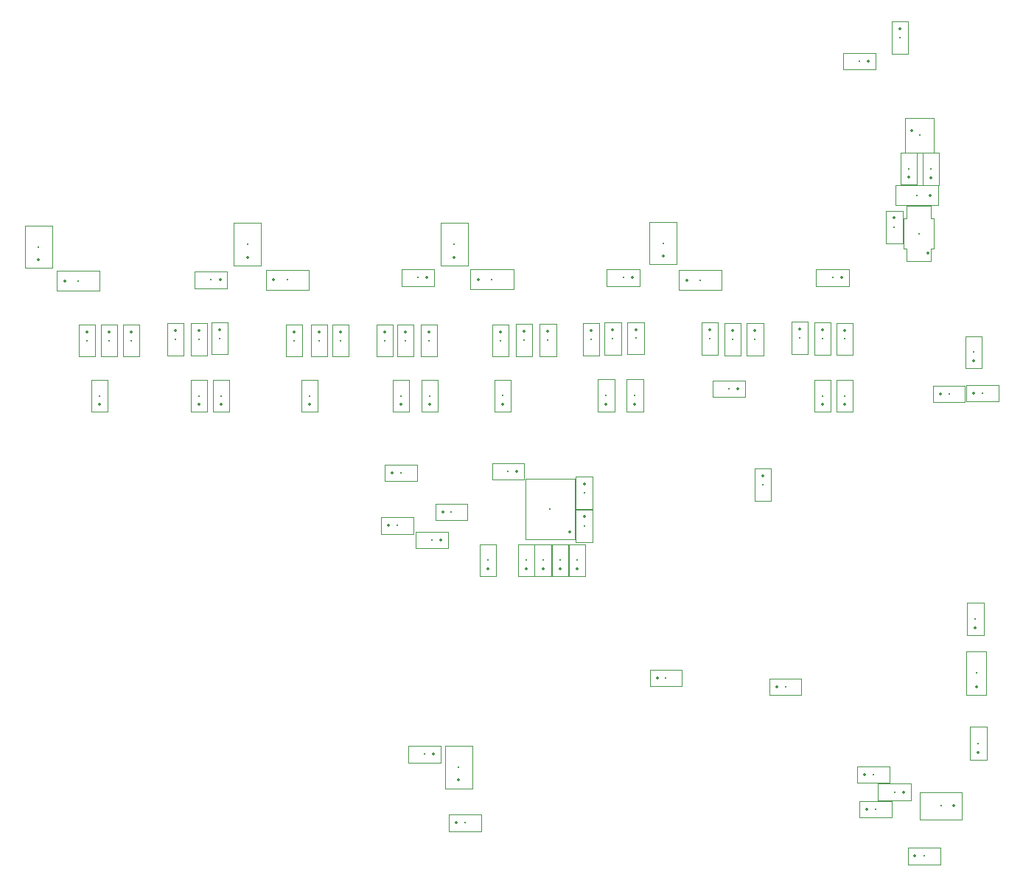
<source format=gbr>
%TF.GenerationSoftware,KiCad,Pcbnew,9.0.2*%
%TF.CreationDate,2025-08-05T17:44:50-07:00*%
%TF.ProjectId,telepresence-bot,74656c65-7072-4657-9365-6e63652d626f,rev?*%
%TF.SameCoordinates,Original*%
%TF.FileFunction,Component,L4,Bot*%
%TF.FilePolarity,Positive*%
%FSLAX46Y46*%
G04 Gerber Fmt 4.6, Leading zero omitted, Abs format (unit mm)*
G04 Created by KiCad (PCBNEW 9.0.2) date 2025-08-05 17:44:50*
%MOMM*%
%LPD*%
G01*
G04 APERTURE LIST*
%TA.AperFunction,ComponentMain*%
%ADD10C,0.300000*%
%TD*%
%TA.AperFunction,ComponentOutline,Courtyard*%
%ADD11C,0.100000*%
%TD*%
%TA.AperFunction,ComponentPin*%
%ADD12P,0.360000X4X0.000000*%
%TD*%
%TA.AperFunction,ComponentPin*%
%ADD13C,0.100000*%
%TD*%
G04 APERTURE END LIST*
D10*
%TO.C,R25*%
%TO.CFtp,R_0805_2012Metric_Pad1.20x1.40mm_HandSolder*%
%TO.CVal,33R*%
%TO.CLbN,Resistor_SMD*%
%TO.CMnt,SMD*%
%TO.CRot,-90*%
X204396000Y-76311000D03*
D11*
X205341000Y-74466000D02*
X205341000Y-78156000D01*
X203451000Y-78156000D01*
X203451000Y-74466000D01*
X205341000Y-74466000D01*
D12*
%TO.P,R25,1*%
X204396000Y-77311000D03*
D13*
%TO.P,R25,2*%
X204396000Y-75311000D03*
%TD*%
D10*
%TO.C,R51*%
%TO.CFtp,R_0805_2012Metric_Pad1.20x1.40mm_HandSolder*%
%TO.CVal,33R*%
%TO.CLbN,Resistor_SMD*%
%TO.CMnt,SMD*%
%TO.CRot,0*%
X230350000Y-75500000D03*
D11*
X232195000Y-74555000D02*
X232195000Y-76445000D01*
X228505000Y-76445000D01*
X228505000Y-74555000D01*
X232195000Y-74555000D01*
D12*
%TO.P,R51,1*%
X231350000Y-75500000D03*
D13*
%TO.P,R51,2*%
X229350000Y-75500000D03*
%TD*%
D10*
%TO.C,U6*%
%TO.CFtp,VSSOP-10_3x3mm_P0.5mm*%
%TO.CVal,INA228*%
%TO.CLbN,Package_SO*%
%TO.CMnt,SMD*%
%TO.CRot,-90*%
X252200000Y-57700000D03*
D11*
X253595000Y-54525000D02*
X253595000Y-55955000D01*
X253945000Y-55955000D01*
X253945000Y-59445000D01*
X253595000Y-59445000D01*
X253595000Y-60875000D01*
X250805000Y-60875000D01*
X250805000Y-59445000D01*
X250455000Y-59445000D01*
X250455000Y-55955000D01*
X250805000Y-55955000D01*
X250805000Y-54525000D01*
X253595000Y-54525000D01*
D12*
%TO.P,U6,1,A1*%
X253200000Y-59900000D03*
D13*
%TO.P,U6,2,A0*%
X252700000Y-59900000D03*
%TO.P,U6,3,~{Alert}*%
X252200000Y-59900000D03*
%TO.P,U6,4,SDA*%
X251700000Y-59900000D03*
%TO.P,U6,5,SCL*%
X251200000Y-59900000D03*
%TO.P,U6,6,VS*%
X251200000Y-55500000D03*
%TO.P,U6,7,GND*%
X251700000Y-55500000D03*
%TO.P,U6,8,Vbus*%
X252200000Y-55500000D03*
%TO.P,U6,9,Vin-*%
X252700000Y-55500000D03*
%TO.P,U6,10,Vin+*%
X253200000Y-55500000D03*
%TD*%
D10*
%TO.C,R93*%
%TO.CFtp,R_0805_2012Metric_Pad1.20x1.40mm_HandSolder*%
%TO.CVal,100k*%
%TO.CLbN,Resistor_SMD*%
%TO.CMnt,SMD*%
%TO.CRot,90*%
X171884000Y-69723000D03*
D11*
X172829000Y-67878000D02*
X172829000Y-71568000D01*
X170939000Y-71568000D01*
X170939000Y-67878000D01*
X172829000Y-67878000D01*
D12*
%TO.P,R93,1*%
X171884000Y-68723000D03*
D13*
%TO.P,R93,2*%
X171884000Y-70723000D03*
%TD*%
D10*
%TO.C,R7*%
%TO.CFtp,R_0805_2012Metric_Pad1.20x1.40mm_HandSolder*%
%TO.CVal,33R*%
%TO.CLbN,Resistor_SMD*%
%TO.CMnt,SMD*%
%TO.CRot,180*%
X223113600Y-108712000D03*
D11*
X224958600Y-107767000D02*
X224958600Y-109657000D01*
X221268600Y-109657000D01*
X221268600Y-107767000D01*
X224958600Y-107767000D01*
D12*
%TO.P,R7,1*%
X222113600Y-108712000D03*
D13*
%TO.P,R7,2*%
X224113600Y-108712000D03*
%TD*%
D10*
%TO.C,R49*%
%TO.CFtp,R_0805_2012Metric_Pad1.20x1.40mm_HandSolder*%
%TO.CVal,33R*%
%TO.CLbN,Resistor_SMD*%
%TO.CMnt,SMD*%
%TO.CRot,90*%
X190807000Y-69977000D03*
D11*
X191752000Y-68132000D02*
X191752000Y-71822000D01*
X189862000Y-71822000D01*
X189862000Y-68132000D01*
X191752000Y-68132000D01*
D12*
%TO.P,R49,1*%
X190807000Y-68977000D03*
D13*
%TO.P,R49,2*%
X190807000Y-70977000D03*
%TD*%
D10*
%TO.C,R92*%
%TO.CFtp,R_0805_2012Metric_Pad1.20x1.40mm_HandSolder*%
%TO.CVal,100k*%
%TO.CLbN,Resistor_SMD*%
%TO.CMnt,SMD*%
%TO.CRot,90*%
X169471000Y-69850000D03*
D11*
X170416000Y-68005000D02*
X170416000Y-71695000D01*
X168526000Y-71695000D01*
X168526000Y-68005000D01*
X170416000Y-68005000D01*
D12*
%TO.P,R92,1*%
X169471000Y-68850000D03*
D13*
%TO.P,R92,2*%
X169471000Y-70850000D03*
%TD*%
D10*
%TO.C,R44*%
%TO.CFtp,R_0805_2012Metric_Pad1.20x1.40mm_HandSolder*%
%TO.CVal,33R*%
%TO.CLbN,Resistor_SMD*%
%TO.CMnt,SMD*%
%TO.CRot,180*%
X198475600Y-89662000D03*
D11*
X200320600Y-88717000D02*
X200320600Y-90607000D01*
X196630600Y-90607000D01*
X196630600Y-88717000D01*
X200320600Y-88717000D01*
D12*
%TO.P,R44,1*%
X197475600Y-89662000D03*
D13*
%TO.P,R44,2*%
X199475600Y-89662000D03*
%TD*%
D10*
%TO.C,R43*%
%TO.CFtp,R_0805_2012Metric_Pad1.20x1.40mm_HandSolder*%
%TO.CVal,33R*%
%TO.CLbN,Resistor_SMD*%
%TO.CMnt,SMD*%
%TO.CRot,0*%
X205000000Y-85000000D03*
D11*
X206845000Y-84055000D02*
X206845000Y-85945000D01*
X203155000Y-85945000D01*
X203155000Y-84055000D01*
X206845000Y-84055000D01*
D12*
%TO.P,R43,1*%
X206000000Y-85000000D03*
D13*
%TO.P,R43,2*%
X204000000Y-85000000D03*
%TD*%
D10*
%TO.C,R18*%
%TO.CFtp,R_0805_2012Metric_Pad1.20x1.40mm_HandSolder*%
%TO.CVal,33R*%
%TO.CLbN,Resistor_SMD*%
%TO.CMnt,SMD*%
%TO.CRot,-90*%
X212900000Y-95200000D03*
D11*
X213845000Y-93355000D02*
X213845000Y-97045000D01*
X211955000Y-97045000D01*
X211955000Y-93355000D01*
X213845000Y-93355000D01*
D12*
%TO.P,R18,1*%
X212900000Y-96200000D03*
D13*
%TO.P,R18,2*%
X212900000Y-94200000D03*
%TD*%
D10*
%TO.C,R29*%
%TO.CFtp,R_0805_2012Metric_Pad1.20x1.40mm_HandSolder*%
%TO.CVal,33R*%
%TO.CLbN,Resistor_SMD*%
%TO.CMnt,SMD*%
%TO.CRot,90*%
X238469000Y-69650000D03*
D11*
X239414000Y-67805000D02*
X239414000Y-71495000D01*
X237524000Y-71495000D01*
X237524000Y-67805000D01*
X239414000Y-67805000D01*
D12*
%TO.P,R29,1*%
X238469000Y-68650000D03*
D13*
%TO.P,R29,2*%
X238469000Y-70650000D03*
%TD*%
D10*
%TO.C,C21*%
%TO.CFtp,C_0805_2012Metric_Pad1.18x1.45mm_HandSolder*%
%TO.CVal,100nF*%
%TO.CLbN,Capacitor_SMD*%
%TO.CMnt,SMD*%
%TO.CRot,90*%
X213766400Y-87477600D03*
D11*
X214741400Y-85602600D02*
X214741400Y-89352600D01*
X212791400Y-89352600D01*
X212791400Y-85602600D01*
X214741400Y-85602600D01*
D12*
%TO.P,C21,1*%
X213766400Y-86440100D03*
D13*
%TO.P,C21,2*%
X213766400Y-88515100D03*
%TD*%
D10*
%TO.C,R20*%
%TO.CFtp,R_0805_2012Metric_Pad1.20x1.40mm_HandSolder*%
%TO.CVal,33R*%
%TO.CLbN,Resistor_SMD*%
%TO.CMnt,SMD*%
%TO.CRot,-90*%
X209000000Y-95200000D03*
D11*
X209945000Y-93355000D02*
X209945000Y-97045000D01*
X208055000Y-97045000D01*
X208055000Y-93355000D01*
X209945000Y-93355000D01*
D12*
%TO.P,R20,1*%
X209000000Y-96200000D03*
D13*
%TO.P,R20,2*%
X209000000Y-94200000D03*
%TD*%
D10*
%TO.C,R69*%
%TO.CFtp,R_0805_2012Metric_Pad1.20x1.40mm_HandSolder*%
%TO.CVal,33R*%
%TO.CLbN,Resistor_SMD*%
%TO.CMnt,SMD*%
%TO.CRot,90*%
X185727000Y-69977000D03*
D11*
X186672000Y-68132000D02*
X186672000Y-71822000D01*
X184782000Y-71822000D01*
X184782000Y-68132000D01*
X186672000Y-68132000D01*
D12*
%TO.P,R69,1*%
X185727000Y-68977000D03*
D13*
%TO.P,R69,2*%
X185727000Y-70977000D03*
%TD*%
D10*
%TO.C,R19*%
%TO.CFtp,R_0805_2012Metric_Pad1.20x1.40mm_HandSolder*%
%TO.CVal,33R*%
%TO.CLbN,Resistor_SMD*%
%TO.CMnt,SMD*%
%TO.CRot,-90*%
X211000000Y-95200000D03*
D11*
X211945000Y-93355000D02*
X211945000Y-97045000D01*
X210055000Y-97045000D01*
X210055000Y-93355000D01*
X211945000Y-93355000D01*
D12*
%TO.P,R19,1*%
X211000000Y-96200000D03*
D13*
%TO.P,R19,2*%
X211000000Y-94200000D03*
%TD*%
D10*
%TO.C,C25*%
%TO.CFtp,C_0805_2012Metric_Pad1.18x1.45mm_HandSolder*%
%TO.CVal,100nF*%
%TO.CLbN,Capacitor_SMD*%
%TO.CMnt,SMD*%
%TO.CRot,180*%
X200068000Y-125326618D03*
D11*
X201943000Y-124351618D02*
X201943000Y-126301618D01*
X198193000Y-126301618D01*
X198193000Y-124351618D01*
X201943000Y-124351618D01*
D12*
%TO.P,C25,1*%
X199030500Y-125326618D03*
D13*
%TO.P,C25,2*%
X201105500Y-125326618D03*
%TD*%
D10*
%TO.C,R39*%
%TO.CFtp,R_0805_2012Metric_Pad1.20x1.40mm_HandSolder*%
%TO.CVal,10k*%
%TO.CLbN,Resistor_SMD*%
%TO.CMnt,SMD*%
%TO.CRot,90*%
X234250000Y-86500000D03*
D11*
X235195000Y-84655000D02*
X235195000Y-88345000D01*
X233305000Y-88345000D01*
X233305000Y-84655000D01*
X235195000Y-84655000D01*
D12*
%TO.P,R39,1*%
X234250000Y-85500000D03*
D13*
%TO.P,R39,2*%
X234250000Y-87500000D03*
%TD*%
D10*
%TO.C,R89*%
%TO.CFtp,R_0805_2012Metric_Pad1.20x1.40mm_HandSolder*%
%TO.CVal,33R*%
%TO.CLbN,Resistor_SMD*%
%TO.CMnt,SMD*%
%TO.CRot,-90*%
X172011000Y-76327000D03*
D11*
X172956000Y-74482000D02*
X172956000Y-78172000D01*
X171066000Y-78172000D01*
X171066000Y-74482000D01*
X172956000Y-74482000D01*
D12*
%TO.P,R89,1*%
X172011000Y-77327000D03*
D13*
%TO.P,R89,2*%
X172011000Y-75327000D03*
%TD*%
D10*
%TO.C,R22*%
%TO.CFtp,R_Shunt_Vishay_WSKW0612*%
%TO.CVal,1.5m*%
%TO.CLbN,Resistor_SMD*%
%TO.CMnt,SMD*%
%TO.CRot,90*%
X252265000Y-46421500D03*
D11*
X253900000Y-44456500D02*
X253900000Y-48386500D01*
X250630000Y-48386500D01*
X250630000Y-44456500D01*
X253900000Y-44456500D01*
D12*
%TO.P,R22,1,1*%
X251380000Y-45849500D03*
D13*
%TO.P,R22,2,2*%
X251380000Y-47755500D03*
%TO.P,R22,3,3*%
X253150000Y-47755500D03*
%TO.P,R22,4,4*%
X253150000Y-45850000D03*
%TD*%
D10*
%TO.C,R11*%
%TO.CFtp,R_0805_2012Metric_Pad1.20x1.40mm_HandSolder*%
%TO.CVal,10k*%
%TO.CLbN,Resistor_SMD*%
%TO.CMnt,SMD*%
%TO.CRot,180*%
X255641600Y-76098400D03*
D11*
X257486600Y-75153400D02*
X257486600Y-77043400D01*
X253796600Y-77043400D01*
X253796600Y-75153400D01*
X257486600Y-75153400D01*
D12*
%TO.P,R11,1*%
X254641600Y-76098400D03*
D13*
%TO.P,R11,2*%
X256641600Y-76098400D03*
%TD*%
D10*
%TO.C,R81*%
%TO.CFtp,R_0805_2012Metric_Pad1.20x1.40mm_HandSolder*%
%TO.CVal,33R*%
%TO.CLbN,Resistor_SMD*%
%TO.CMnt,SMD*%
%TO.CRot,-90*%
X158041000Y-76327000D03*
D11*
X158986000Y-74482000D02*
X158986000Y-78172000D01*
X157096000Y-78172000D01*
X157096000Y-74482000D01*
X158986000Y-74482000D01*
D12*
%TO.P,R81,1*%
X158041000Y-77327000D03*
D13*
%TO.P,R81,2*%
X158041000Y-75327000D03*
%TD*%
D10*
%TO.C,R23*%
%TO.CFtp,R_0805_2012Metric_Pad1.20x1.40mm_HandSolder*%
%TO.CVal,33R*%
%TO.CLbN,Resistor_SMD*%
%TO.CMnt,SMD*%
%TO.CRot,90*%
X214519000Y-69850000D03*
D11*
X215464000Y-68005000D02*
X215464000Y-71695000D01*
X213574000Y-71695000D01*
X213574000Y-68005000D01*
X215464000Y-68005000D01*
D12*
%TO.P,R23,1*%
X214519000Y-68850000D03*
D13*
%TO.P,R23,2*%
X214519000Y-70850000D03*
%TD*%
D10*
%TO.C,R38*%
%TO.CFtp,R_0805_2012Metric_Pad1.20x1.40mm_HandSolder*%
%TO.CVal,100k*%
%TO.CLbN,Resistor_SMD*%
%TO.CMnt,SMD*%
%TO.CRot,0*%
X245364000Y-37947600D03*
D11*
X247209000Y-37002600D02*
X247209000Y-38892600D01*
X243519000Y-38892600D01*
X243519000Y-37002600D01*
X247209000Y-37002600D01*
D12*
%TO.P,R38,1*%
X246364000Y-37947600D03*
D13*
%TO.P,R38,2*%
X244364000Y-37947600D03*
%TD*%
D10*
%TO.C,R24*%
%TO.CFtp,R_0805_2012Metric_Pad1.20x1.40mm_HandSolder*%
%TO.CVal,33R*%
%TO.CLbN,Resistor_SMD*%
%TO.CMnt,SMD*%
%TO.CRot,90*%
X204119000Y-69977000D03*
D11*
X205064000Y-68132000D02*
X205064000Y-71822000D01*
X203174000Y-71822000D01*
X203174000Y-68132000D01*
X205064000Y-68132000D01*
D12*
%TO.P,R24,1*%
X204119000Y-68977000D03*
D13*
%TO.P,R24,2*%
X204119000Y-70977000D03*
%TD*%
D10*
%TO.C,R77*%
%TO.CFtp,R_0805_2012Metric_Pad1.20x1.40mm_HandSolder*%
%TO.CVal,100k*%
%TO.CLbN,Resistor_SMD*%
%TO.CMnt,SMD*%
%TO.CRot,90*%
X193220000Y-69977000D03*
D11*
X194165000Y-68132000D02*
X194165000Y-71822000D01*
X192275000Y-71822000D01*
X192275000Y-68132000D01*
X194165000Y-68132000D01*
D12*
%TO.P,R77,1*%
X193220000Y-68977000D03*
D13*
%TO.P,R77,2*%
X193220000Y-70977000D03*
%TD*%
D10*
%TO.C,R36*%
%TO.CFtp,R_0805_2012Metric_Pad1.20x1.40mm_HandSolder*%
%TO.CVal,100k*%
%TO.CLbN,Resistor_SMD*%
%TO.CMnt,SMD*%
%TO.CRot,90*%
X217019000Y-69750000D03*
D11*
X217964000Y-67905000D02*
X217964000Y-71595000D01*
X216074000Y-71595000D01*
X216074000Y-67905000D01*
X217964000Y-67905000D01*
D12*
%TO.P,R36,1*%
X217019000Y-68750000D03*
D13*
%TO.P,R36,2*%
X217019000Y-70750000D03*
%TD*%
D10*
%TO.C,FB2*%
%TO.CFtp,L_1210_3225Metric_Pad1.42x2.65mm_HandSolder*%
%TO.CVal,FB*%
%TO.CLbN,Inductor_SMD*%
%TO.CMnt,SMD*%
%TO.CRot,-90*%
X199306000Y-118925818D03*
D11*
X200881000Y-116480818D02*
X200881000Y-121370818D01*
X197731000Y-121370818D01*
X197731000Y-116480818D01*
X200881000Y-116480818D01*
D12*
%TO.P,FB2,1*%
X199306000Y-120413318D03*
D13*
%TO.P,FB2,2*%
X199306000Y-117438318D03*
%TD*%
D10*
%TO.C,R52*%
%TO.CFtp,R_0805_2012Metric_Pad1.20x1.40mm_HandSolder*%
%TO.CVal,33R*%
%TO.CLbN,Resistor_SMD*%
%TO.CMnt,SMD*%
%TO.CRot,90*%
X230769000Y-69850000D03*
D11*
X231714000Y-68005000D02*
X231714000Y-71695000D01*
X229824000Y-71695000D01*
X229824000Y-68005000D01*
X231714000Y-68005000D01*
D12*
%TO.P,R52,1*%
X230769000Y-68850000D03*
D13*
%TO.P,R52,2*%
X230769000Y-70850000D03*
%TD*%
D10*
%TO.C,C36*%
%TO.CFtp,C_1206_3216Metric_Pad1.33x1.80mm_HandSolder*%
%TO.CVal,100nF*%
%TO.CLbN,Capacitor_SMD*%
%TO.CMnt,SMD*%
%TO.CRot,180*%
X155628000Y-63119000D03*
D11*
X158103000Y-61974000D02*
X158103000Y-64264000D01*
X153153000Y-64264000D01*
X153153000Y-61974000D01*
X158103000Y-61974000D01*
D12*
%TO.P,C36,1*%
X154065500Y-63119000D03*
D13*
%TO.P,C36,2*%
X157190500Y-63119000D03*
%TD*%
D10*
%TO.C,R94*%
%TO.CFtp,R_0805_2012Metric_Pad1.20x1.40mm_HandSolder*%
%TO.CVal,100k*%
%TO.CLbN,Resistor_SMD*%
%TO.CMnt,SMD*%
%TO.CRot,-90*%
X202700000Y-95200000D03*
D11*
X203645000Y-93355000D02*
X203645000Y-97045000D01*
X201755000Y-97045000D01*
X201755000Y-93355000D01*
X203645000Y-93355000D01*
D12*
%TO.P,R94,1*%
X202700000Y-96200000D03*
D13*
%TO.P,R94,2*%
X202700000Y-94200000D03*
%TD*%
D10*
%TO.C,C26*%
%TO.CFtp,C_0805_2012Metric_Pad1.18x1.45mm_HandSolder*%
%TO.CVal,100nF*%
%TO.CLbN,Capacitor_SMD*%
%TO.CMnt,SMD*%
%TO.CRot,0*%
X195415900Y-117452618D03*
D11*
X197290900Y-116477618D02*
X197290900Y-118427618D01*
X193540900Y-118427618D01*
X193540900Y-116477618D01*
X197290900Y-116477618D01*
D12*
%TO.P,C26,1*%
X196453400Y-117452618D03*
D13*
%TO.P,C26,2*%
X194378400Y-117452618D03*
%TD*%
D10*
%TO.C,R78*%
%TO.CFtp,R_0805_2012Metric_Pad1.20x1.40mm_HandSolder*%
%TO.CVal,100k*%
%TO.CLbN,Resistor_SMD*%
%TO.CMnt,SMD*%
%TO.CRot,90*%
X195887000Y-69977000D03*
D11*
X196832000Y-68132000D02*
X196832000Y-71822000D01*
X194942000Y-71822000D01*
X194942000Y-68132000D01*
X196832000Y-68132000D01*
D12*
%TO.P,R78,1*%
X195887000Y-68977000D03*
D13*
%TO.P,R78,2*%
X195887000Y-70977000D03*
%TD*%
D10*
%TO.C,R65*%
%TO.CFtp,R_0805_2012Metric_Pad1.20x1.40mm_HandSolder*%
%TO.CVal,33R*%
%TO.CLbN,Resistor_SMD*%
%TO.CMnt,SMD*%
%TO.CRot,90*%
X180393000Y-69977000D03*
D11*
X181338000Y-68132000D02*
X181338000Y-71822000D01*
X179448000Y-71822000D01*
X179448000Y-68132000D01*
X181338000Y-68132000D01*
D12*
%TO.P,R65,1*%
X180393000Y-68977000D03*
D13*
%TO.P,R65,2*%
X180393000Y-70977000D03*
%TD*%
D10*
%TO.C,L4*%
%TO.CFtp,L_1210_3225Metric_Pad1.42x2.65mm_HandSolder*%
%TO.CVal,ferrite*%
%TO.CLbN,Inductor_SMD*%
%TO.CMnt,SMD*%
%TO.CRot,-90*%
X175059000Y-58928000D03*
D11*
X176634000Y-56483000D02*
X176634000Y-61373000D01*
X173484000Y-61373000D01*
X173484000Y-56483000D01*
X176634000Y-56483000D01*
D12*
%TO.P,L4,1,1*%
X175059000Y-60415500D03*
D13*
%TO.P,L4,2,2*%
X175059000Y-57440500D03*
%TD*%
D10*
%TO.C,U10*%
%TO.CFtp,SSOP-16_3.9x4.9mm_P0.635mm*%
%TO.CVal,ISO7762DBQ*%
%TO.CLbN,Package_SO*%
%TO.CMnt,SMD*%
%TO.CRot,-90*%
X209823900Y-89306400D03*
D11*
X212668900Y-85861400D02*
X212668900Y-92751400D01*
X207028900Y-92751400D01*
X207028900Y-85861400D01*
X212668900Y-85861400D01*
D12*
%TO.P,U10,1,Vcc1*%
X212046400Y-91906400D03*
D13*
%TO.P,U10,2,INA*%
X211411400Y-91906400D03*
%TO.P,U10,3,INB*%
X210776400Y-91906400D03*
%TO.P,U10,4,INC*%
X210141400Y-91906400D03*
%TO.P,U10,5,IND*%
X209506400Y-91906400D03*
%TO.P,U10,6,OUTE*%
X208871400Y-91906400D03*
%TO.P,U10,7,OUTF*%
X208236400Y-91906400D03*
%TO.P,U10,8,GND1*%
X207601400Y-91906400D03*
%TO.P,U10,9,GND2*%
X207601400Y-86706400D03*
%TO.P,U10,10,INF*%
X208236400Y-86706400D03*
%TO.P,U10,11,INE*%
X208871400Y-86706400D03*
%TO.P,U10,12,OUTD*%
X209506400Y-86706400D03*
%TO.P,U10,13,OUTC*%
X210141400Y-86706400D03*
%TO.P,U10,14,OUTB*%
X210776400Y-86706400D03*
%TO.P,U10,15,OUTA*%
X211411400Y-86706400D03*
%TO.P,U10,16,Vcc2*%
X212046400Y-86706400D03*
%TD*%
D10*
%TO.C,R82*%
%TO.CFtp,R_0805_2012Metric_Pad1.20x1.40mm_HandSolder*%
%TO.CVal,33R*%
%TO.CLbN,Resistor_SMD*%
%TO.CMnt,SMD*%
%TO.CRot,90*%
X159184000Y-69977000D03*
D11*
X160129000Y-68132000D02*
X160129000Y-71822000D01*
X158239000Y-71822000D01*
X158239000Y-68132000D01*
X160129000Y-68132000D01*
D12*
%TO.P,R82,1*%
X159184000Y-68977000D03*
D13*
%TO.P,R82,2*%
X159184000Y-70977000D03*
%TD*%
D10*
%TO.C,C12*%
%TO.CFtp,C_0805_2012Metric_Pad1.18x1.45mm_HandSolder*%
%TO.CVal,100nF*%
%TO.CLbN,Capacitor_SMD*%
%TO.CMnt,SMD*%
%TO.CRot,0*%
X249377200Y-121818400D03*
D11*
X251252200Y-120843400D02*
X251252200Y-122793400D01*
X247502200Y-122793400D01*
X247502200Y-120843400D01*
X251252200Y-120843400D01*
D12*
%TO.P,C12,1*%
X250414700Y-121818400D03*
D13*
%TO.P,C12,2*%
X248339700Y-121818400D03*
%TD*%
D10*
%TO.C,R50*%
%TO.CFtp,R_0805_2012Metric_Pad1.20x1.40mm_HandSolder*%
%TO.CVal,33R*%
%TO.CLbN,Resistor_SMD*%
%TO.CMnt,SMD*%
%TO.CRot,90*%
X228169000Y-69750000D03*
D11*
X229114000Y-67905000D02*
X229114000Y-71595000D01*
X227224000Y-71595000D01*
X227224000Y-67905000D01*
X229114000Y-67905000D01*
D12*
%TO.P,R50,1*%
X228169000Y-68750000D03*
D13*
%TO.P,R50,2*%
X228169000Y-70750000D03*
%TD*%
D10*
%TO.C,C4*%
%TO.CFtp,C_0805_2012Metric_Pad1.18x1.45mm_HandSolder*%
%TO.CVal,100nF*%
%TO.CLbN,Capacitor_SMD*%
%TO.CMnt,SMD*%
%TO.CRot,-90*%
X259000000Y-116200000D03*
D11*
X259975000Y-114325000D02*
X259975000Y-118075000D01*
X258025000Y-118075000D01*
X258025000Y-114325000D01*
X259975000Y-114325000D01*
D12*
%TO.P,C4,1*%
X259000000Y-117237500D03*
D13*
%TO.P,C4,2*%
X259000000Y-115162500D03*
%TD*%
D10*
%TO.C,C6*%
%TO.CFtp,C_0805_2012Metric_Pad1.18x1.45mm_HandSolder*%
%TO.CVal,100nF*%
%TO.CLbN,Capacitor_SMD*%
%TO.CMnt,SMD*%
%TO.CRot,180*%
X252780800Y-129133600D03*
D11*
X254655800Y-128158600D02*
X254655800Y-130108600D01*
X250905800Y-130108600D01*
X250905800Y-128158600D01*
X254655800Y-128158600D01*
D12*
%TO.P,C6,1*%
X251743300Y-129133600D03*
D13*
%TO.P,C6,2*%
X253818300Y-129133600D03*
%TD*%
D10*
%TO.C,R66*%
%TO.CFtp,R_0805_2012Metric_Pad1.20x1.40mm_HandSolder*%
%TO.CVal,33R*%
%TO.CLbN,Resistor_SMD*%
%TO.CMnt,SMD*%
%TO.CRot,-90*%
X182171000Y-76327000D03*
D11*
X183116000Y-74482000D02*
X183116000Y-78172000D01*
X181226000Y-78172000D01*
X181226000Y-74482000D01*
X183116000Y-74482000D01*
D12*
%TO.P,R66,1*%
X182171000Y-77327000D03*
D13*
%TO.P,R66,2*%
X182171000Y-75327000D03*
%TD*%
D10*
%TO.C,C13*%
%TO.CFtp,C_0805_2012Metric_Pad1.18x1.45mm_HandSolder*%
%TO.CVal,100nF*%
%TO.CLbN,Capacitor_SMD*%
%TO.CMnt,SMD*%
%TO.CRot,0*%
X218219000Y-62750000D03*
D11*
X220094000Y-61775000D02*
X220094000Y-63725000D01*
X216344000Y-63725000D01*
X216344000Y-61775000D01*
X220094000Y-61775000D01*
D12*
%TO.P,C13,1*%
X219256500Y-62750000D03*
D13*
%TO.P,C13,2*%
X217181500Y-62750000D03*
%TD*%
D10*
%TO.C,C8*%
%TO.CFtp,C_0805_2012Metric_Pad1.18x1.45mm_HandSolder*%
%TO.CVal,100nF*%
%TO.CLbN,Capacitor_SMD*%
%TO.CMnt,SMD*%
%TO.CRot,-90*%
X258673600Y-101926300D03*
D11*
X259648600Y-100051300D02*
X259648600Y-103801300D01*
X257698600Y-103801300D01*
X257698600Y-100051300D01*
X259648600Y-100051300D01*
D12*
%TO.P,C8,1*%
X258673600Y-102963800D03*
D13*
%TO.P,C8,2*%
X258673600Y-100888800D03*
%TD*%
D10*
%TO.C,C9*%
%TO.CFtp,C_0805_2012Metric_Pad1.18x1.45mm_HandSolder*%
%TO.CVal,100nF*%
%TO.CLbN,Capacitor_SMD*%
%TO.CMnt,SMD*%
%TO.CRot,90*%
X249350000Y-56950000D03*
D11*
X250325000Y-55075000D02*
X250325000Y-58825000D01*
X248375000Y-58825000D01*
X248375000Y-55075000D01*
X250325000Y-55075000D01*
D12*
%TO.P,C9,1*%
X249350000Y-55912500D03*
D13*
%TO.P,C9,2*%
X249350000Y-57987500D03*
%TD*%
D10*
%TO.C,R8*%
%TO.CFtp,R_0805_2012Metric_Pad1.20x1.40mm_HandSolder*%
%TO.CVal,100k*%
%TO.CLbN,Resistor_SMD*%
%TO.CMnt,SMD*%
%TO.CRot,-90*%
X258470400Y-71323200D03*
D11*
X259415400Y-69478200D02*
X259415400Y-73168200D01*
X257525400Y-73168200D01*
X257525400Y-69478200D01*
X259415400Y-69478200D01*
D12*
%TO.P,R8,1*%
X258470400Y-72323200D03*
D13*
%TO.P,R8,2*%
X258470400Y-70323200D03*
%TD*%
D10*
%TO.C,R17*%
%TO.CFtp,R_0805_2012Metric_Pad1.20x1.40mm_HandSolder*%
%TO.CVal,10k*%
%TO.CLbN,Resistor_SMD*%
%TO.CMnt,SMD*%
%TO.CRot,180*%
X246938800Y-119786400D03*
D11*
X248783800Y-118841400D02*
X248783800Y-120731400D01*
X245093800Y-120731400D01*
X245093800Y-118841400D01*
X248783800Y-118841400D01*
D12*
%TO.P,R17,1*%
X245938800Y-119786400D03*
D13*
%TO.P,R17,2*%
X247938800Y-119786400D03*
%TD*%
D10*
%TO.C,R59*%
%TO.CFtp,R_0805_2012Metric_Pad1.20x1.40mm_HandSolder*%
%TO.CVal,33R*%
%TO.CLbN,Resistor_SMD*%
%TO.CMnt,SMD*%
%TO.CRot,-90*%
X243639000Y-76327000D03*
D11*
X244584000Y-74482000D02*
X244584000Y-78172000D01*
X242694000Y-78172000D01*
X242694000Y-74482000D01*
X244584000Y-74482000D01*
D12*
%TO.P,R59,1*%
X243639000Y-77327000D03*
D13*
%TO.P,R59,2*%
X243639000Y-75327000D03*
%TD*%
D10*
%TO.C,R37*%
%TO.CFtp,R_0805_2012Metric_Pad1.20x1.40mm_HandSolder*%
%TO.CVal,100k*%
%TO.CLbN,Resistor_SMD*%
%TO.CMnt,SMD*%
%TO.CRot,90*%
X219669000Y-69700000D03*
D11*
X220614000Y-67855000D02*
X220614000Y-71545000D01*
X218724000Y-71545000D01*
X218724000Y-67855000D01*
X220614000Y-67855000D01*
D12*
%TO.P,R37,1*%
X219669000Y-68700000D03*
D13*
%TO.P,R37,2*%
X219669000Y-70700000D03*
%TD*%
D10*
%TO.C,R13*%
%TO.CFtp,R_0805_2012Metric_Pad1.20x1.40mm_HandSolder*%
%TO.CVal,10k*%
%TO.CLbN,Resistor_SMD*%
%TO.CMnt,SMD*%
%TO.CRot,180*%
X259486400Y-76047600D03*
D11*
X261331400Y-75102600D02*
X261331400Y-76992600D01*
X257641400Y-76992600D01*
X257641400Y-75102600D01*
X261331400Y-75102600D01*
D12*
%TO.P,R13,1*%
X258486400Y-76047600D03*
D13*
%TO.P,R13,2*%
X260486400Y-76047600D03*
%TD*%
D10*
%TO.C,FB1*%
%TO.CFtp,L_1210_3225Metric_Pad1.42x2.65mm_HandSolder*%
%TO.CVal,FB*%
%TO.CLbN,Inductor_SMD*%
%TO.CMnt,SMD*%
%TO.CRot,0*%
X254711200Y-123393200D03*
D11*
X257156200Y-121818200D02*
X257156200Y-124968200D01*
X252266200Y-124968200D01*
X252266200Y-121818200D01*
X257156200Y-121818200D01*
D12*
%TO.P,FB1,1*%
X256198700Y-123393200D03*
D13*
%TO.P,FB1,2*%
X253223700Y-123393200D03*
%TD*%
D10*
%TO.C,C28*%
%TO.CFtp,C_1206_3216Metric_Pad1.33x1.80mm_HandSolder*%
%TO.CVal,100nF*%
%TO.CLbN,Capacitor_SMD*%
%TO.CMnt,SMD*%
%TO.CRot,180*%
X227069000Y-63050000D03*
D11*
X229544000Y-61905000D02*
X229544000Y-64195000D01*
X224594000Y-64195000D01*
X224594000Y-61905000D01*
X229544000Y-61905000D01*
D12*
%TO.P,C28,1*%
X225506500Y-63050000D03*
D13*
%TO.P,C28,2*%
X228631500Y-63050000D03*
%TD*%
D10*
%TO.C,C22*%
%TO.CFtp,C_0805_2012Metric_Pad1.18x1.45mm_HandSolder*%
%TO.CVal,100nF*%
%TO.CLbN,Capacitor_SMD*%
%TO.CMnt,SMD*%
%TO.CRot,180*%
X192278000Y-91186000D03*
D11*
X194153000Y-90211000D02*
X194153000Y-92161000D01*
X190403000Y-92161000D01*
X190403000Y-90211000D01*
X194153000Y-90211000D01*
D12*
%TO.P,C22,1*%
X191240500Y-91186000D03*
D13*
%TO.P,C22,2*%
X193315500Y-91186000D03*
%TD*%
D10*
%TO.C,R26*%
%TO.CFtp,R_0805_2012Metric_Pad1.20x1.40mm_HandSolder*%
%TO.CVal,33R*%
%TO.CLbN,Resistor_SMD*%
%TO.CMnt,SMD*%
%TO.CRot,90*%
X206809000Y-69950000D03*
D11*
X207754000Y-68105000D02*
X207754000Y-71795000D01*
X205864000Y-71795000D01*
X205864000Y-68105000D01*
X207754000Y-68105000D01*
D12*
%TO.P,R26,1*%
X206809000Y-68950000D03*
D13*
%TO.P,R26,2*%
X206809000Y-70950000D03*
%TD*%
D10*
%TO.C,R45*%
%TO.CFtp,R_0805_2012Metric_Pad1.20x1.40mm_HandSolder*%
%TO.CVal,33R*%
%TO.CLbN,Resistor_SMD*%
%TO.CMnt,SMD*%
%TO.CRot,180*%
X192684400Y-85140800D03*
D11*
X194529400Y-84195800D02*
X194529400Y-86085800D01*
X190839400Y-86085800D01*
X190839400Y-84195800D01*
X194529400Y-84195800D01*
D12*
%TO.P,R45,1*%
X191684400Y-85140800D03*
D13*
%TO.P,R45,2*%
X193684400Y-85140800D03*
%TD*%
D10*
%TO.C,C32*%
%TO.CFtp,C_1206_3216Metric_Pad1.33x1.80mm_HandSolder*%
%TO.CVal,100nF*%
%TO.CLbN,Capacitor_SMD*%
%TO.CMnt,SMD*%
%TO.CRot,180*%
X179631000Y-62992000D03*
D11*
X182106000Y-61847000D02*
X182106000Y-64137000D01*
X177156000Y-64137000D01*
X177156000Y-61847000D01*
X182106000Y-61847000D01*
D12*
%TO.P,C32,1*%
X178068500Y-62992000D03*
D13*
%TO.P,C32,2*%
X181193500Y-62992000D03*
%TD*%
D10*
%TO.C,R55*%
%TO.CFtp,R_0805_2012Metric_Pad1.20x1.40mm_HandSolder*%
%TO.CVal,33R*%
%TO.CLbN,Resistor_SMD*%
%TO.CMnt,SMD*%
%TO.CRot,90*%
X166804000Y-69850000D03*
D11*
X167749000Y-68005000D02*
X167749000Y-71695000D01*
X165859000Y-71695000D01*
X165859000Y-68005000D01*
X167749000Y-68005000D01*
D12*
%TO.P,R55,1*%
X166804000Y-68850000D03*
D13*
%TO.P,R55,2*%
X166804000Y-70850000D03*
%TD*%
D10*
%TO.C,R80*%
%TO.CFtp,R_0805_2012Metric_Pad1.20x1.40mm_HandSolder*%
%TO.CVal,33R*%
%TO.CLbN,Resistor_SMD*%
%TO.CMnt,SMD*%
%TO.CRot,90*%
X156644000Y-69977000D03*
D11*
X157589000Y-68132000D02*
X157589000Y-71822000D01*
X155699000Y-71822000D01*
X155699000Y-68132000D01*
X157589000Y-68132000D01*
D12*
%TO.P,R80,1*%
X156644000Y-68977000D03*
D13*
%TO.P,R80,2*%
X156644000Y-70977000D03*
%TD*%
D10*
%TO.C,R74*%
%TO.CFtp,R_0805_2012Metric_Pad1.20x1.40mm_HandSolder*%
%TO.CVal,33R*%
%TO.CLbN,Resistor_SMD*%
%TO.CMnt,SMD*%
%TO.CRot,-90*%
X196014000Y-76327000D03*
D11*
X196959000Y-74482000D02*
X196959000Y-78172000D01*
X195069000Y-78172000D01*
X195069000Y-74482000D01*
X196959000Y-74482000D01*
D12*
%TO.P,R74,1*%
X196014000Y-77327000D03*
D13*
%TO.P,R74,2*%
X196014000Y-75327000D03*
%TD*%
D10*
%TO.C,R62*%
%TO.CFtp,R_0805_2012Metric_Pad1.20x1.40mm_HandSolder*%
%TO.CVal,100k*%
%TO.CLbN,Resistor_SMD*%
%TO.CMnt,SMD*%
%TO.CRot,90*%
X241119000Y-69750000D03*
D11*
X242064000Y-67905000D02*
X242064000Y-71595000D01*
X240174000Y-71595000D01*
X240174000Y-67905000D01*
X242064000Y-67905000D01*
D12*
%TO.P,R62,1*%
X241119000Y-68750000D03*
D13*
%TO.P,R62,2*%
X241119000Y-70750000D03*
%TD*%
D10*
%TO.C,C10*%
%TO.CFtp,C_1206_3216Metric_Pad1.33x1.80mm_HandSolder*%
%TO.CVal,100nF*%
%TO.CLbN,Capacitor_SMD*%
%TO.CMnt,SMD*%
%TO.CRot,0*%
X251950000Y-53300000D03*
D11*
X254425000Y-52155000D02*
X254425000Y-54445000D01*
X249475000Y-54445000D01*
X249475000Y-52155000D01*
X254425000Y-52155000D01*
D12*
%TO.P,C10,1*%
X253512500Y-53300000D03*
D13*
%TO.P,C10,2*%
X250387500Y-53300000D03*
%TD*%
D10*
%TO.C,R40*%
%TO.CFtp,R_0805_2012Metric_Pad1.20x1.40mm_HandSolder*%
%TO.CVal,10k*%
%TO.CLbN,Resistor_SMD*%
%TO.CMnt,SMD*%
%TO.CRot,90*%
X250037600Y-35204400D03*
D11*
X250982600Y-33359400D02*
X250982600Y-37049400D01*
X249092600Y-37049400D01*
X249092600Y-33359400D01*
X250982600Y-33359400D01*
D12*
%TO.P,R40,1*%
X250037600Y-34204400D03*
D13*
%TO.P,R40,2*%
X250037600Y-36204400D03*
%TD*%
D10*
%TO.C,R31*%
%TO.CFtp,R_0805_2012Metric_Pad1.20x1.40mm_HandSolder*%
%TO.CVal,33R*%
%TO.CLbN,Resistor_SMD*%
%TO.CMnt,SMD*%
%TO.CRot,-90*%
X216269000Y-76300000D03*
D11*
X217214000Y-74455000D02*
X217214000Y-78145000D01*
X215324000Y-78145000D01*
X215324000Y-74455000D01*
X217214000Y-74455000D01*
D12*
%TO.P,R31,1*%
X216269000Y-77300000D03*
D13*
%TO.P,R31,2*%
X216269000Y-75300000D03*
%TD*%
D10*
%TO.C,R42*%
%TO.CFtp,R_0805_2012Metric_Pad1.20x1.40mm_HandSolder*%
%TO.CVal,33R*%
%TO.CLbN,Resistor_SMD*%
%TO.CMnt,SMD*%
%TO.CRot,0*%
X196224400Y-92862400D03*
D11*
X198069400Y-91917400D02*
X198069400Y-93807400D01*
X194379400Y-93807400D01*
X194379400Y-91917400D01*
X198069400Y-91917400D01*
D12*
%TO.P,R42,1*%
X197224400Y-92862400D03*
D13*
%TO.P,R42,2*%
X195224400Y-92862400D03*
%TD*%
D10*
%TO.C,R33*%
%TO.CFtp,R_0805_2012Metric_Pad1.20x1.40mm_HandSolder*%
%TO.CVal,33R*%
%TO.CLbN,Resistor_SMD*%
%TO.CMnt,SMD*%
%TO.CRot,-90*%
X219569000Y-76300000D03*
D11*
X220514000Y-74455000D02*
X220514000Y-78145000D01*
X218624000Y-78145000D01*
X218624000Y-74455000D01*
X220514000Y-74455000D01*
D12*
%TO.P,R33,1*%
X219569000Y-77300000D03*
D13*
%TO.P,R33,2*%
X219569000Y-75300000D03*
%TD*%
D10*
%TO.C,R12*%
%TO.CFtp,R_0805_2012Metric_Pad1.20x1.40mm_HandSolder*%
%TO.CVal,33R*%
%TO.CLbN,Resistor_SMD*%
%TO.CMnt,SMD*%
%TO.CRot,-90*%
X253565000Y-50300000D03*
D11*
X254510000Y-48455000D02*
X254510000Y-52145000D01*
X252620000Y-52145000D01*
X252620000Y-48455000D01*
X254510000Y-48455000D01*
D12*
%TO.P,R12,1*%
X253565000Y-51300000D03*
D13*
%TO.P,R12,2*%
X253565000Y-49300000D03*
%TD*%
D10*
%TO.C,R87*%
%TO.CFtp,R_0805_2012Metric_Pad1.20x1.40mm_HandSolder*%
%TO.CVal,33R*%
%TO.CLbN,Resistor_SMD*%
%TO.CMnt,SMD*%
%TO.CRot,-90*%
X169471000Y-76327000D03*
D11*
X170416000Y-74482000D02*
X170416000Y-78172000D01*
X168526000Y-78172000D01*
X168526000Y-74482000D01*
X170416000Y-74482000D01*
D12*
%TO.P,R87,1*%
X169471000Y-77327000D03*
D13*
%TO.P,R87,2*%
X169471000Y-75327000D03*
%TD*%
D10*
%TO.C,C14*%
%TO.CFtp,C_1206_3216Metric_Pad1.33x1.80mm_HandSolder*%
%TO.CVal,100nF*%
%TO.CLbN,Capacitor_SMD*%
%TO.CMnt,SMD*%
%TO.CRot,180*%
X203131500Y-62950000D03*
D11*
X205606500Y-61805000D02*
X205606500Y-64095000D01*
X200656500Y-64095000D01*
X200656500Y-61805000D01*
X205606500Y-61805000D01*
D12*
%TO.P,C14,1*%
X201569000Y-62950000D03*
D13*
%TO.P,C14,2*%
X204694000Y-62950000D03*
%TD*%
D10*
%TO.C,R21*%
%TO.CFtp,R_0805_2012Metric_Pad1.20x1.40mm_HandSolder*%
%TO.CVal,33R*%
%TO.CLbN,Resistor_SMD*%
%TO.CMnt,SMD*%
%TO.CRot,-90*%
X207100000Y-95200000D03*
D11*
X208045000Y-93355000D02*
X208045000Y-97045000D01*
X206155000Y-97045000D01*
X206155000Y-93355000D01*
X208045000Y-93355000D01*
D12*
%TO.P,R21,1*%
X207100000Y-96200000D03*
D13*
%TO.P,R21,2*%
X207100000Y-94200000D03*
%TD*%
D10*
%TO.C,L3*%
%TO.CFtp,L_1210_3225Metric_Pad1.42x2.65mm_HandSolder*%
%TO.CVal,ferrite*%
%TO.CLbN,Inductor_SMD*%
%TO.CMnt,SMD*%
%TO.CRot,-90*%
X222819000Y-58800000D03*
D11*
X224394000Y-56355000D02*
X224394000Y-61245000D01*
X221244000Y-61245000D01*
X221244000Y-56355000D01*
X224394000Y-56355000D01*
D12*
%TO.P,L3,1,1*%
X222819000Y-60287500D03*
D13*
%TO.P,L3,2,2*%
X222819000Y-57312500D03*
%TD*%
D10*
%TO.C,L5*%
%TO.CFtp,L_1210_3225Metric_Pad1.42x2.65mm_HandSolder*%
%TO.CVal,ferrite*%
%TO.CLbN,Inductor_SMD*%
%TO.CMnt,SMD*%
%TO.CRot,-90*%
X151056000Y-59218500D03*
D11*
X152631000Y-56773500D02*
X152631000Y-61663500D01*
X149481000Y-61663500D01*
X149481000Y-56773500D01*
X152631000Y-56773500D01*
D12*
%TO.P,L5,1,1*%
X151056000Y-60706000D03*
D13*
%TO.P,L5,2,2*%
X151056000Y-57731000D03*
%TD*%
D10*
%TO.C,C2*%
%TO.CFtp,C_1206_3216Metric_Pad1.33x1.80mm_HandSolder*%
%TO.CVal,100nF*%
%TO.CLbN,Capacitor_SMD*%
%TO.CMnt,SMD*%
%TO.CRot,-90*%
X258775200Y-108153200D03*
D11*
X259920200Y-105678200D02*
X259920200Y-110628200D01*
X257630200Y-110628200D01*
X257630200Y-105678200D01*
X259920200Y-105678200D01*
D12*
%TO.P,C2,1*%
X258775200Y-109715700D03*
D13*
%TO.P,C2,2*%
X258775200Y-106590700D03*
%TD*%
D10*
%TO.C,R67*%
%TO.CFtp,R_0805_2012Metric_Pad1.20x1.40mm_HandSolder*%
%TO.CVal,33R*%
%TO.CLbN,Resistor_SMD*%
%TO.CMnt,SMD*%
%TO.CRot,90*%
X183314000Y-69977000D03*
D11*
X184259000Y-68132000D02*
X184259000Y-71822000D01*
X182369000Y-71822000D01*
X182369000Y-68132000D01*
X184259000Y-68132000D01*
D12*
%TO.P,R67,1*%
X183314000Y-68977000D03*
D13*
%TO.P,R67,2*%
X183314000Y-70977000D03*
%TD*%
D10*
%TO.C,R16*%
%TO.CFtp,R_0805_2012Metric_Pad1.20x1.40mm_HandSolder*%
%TO.CVal,10k*%
%TO.CLbN,Resistor_SMD*%
%TO.CMnt,SMD*%
%TO.CRot,180*%
X247192800Y-123799600D03*
D11*
X249037800Y-122854600D02*
X249037800Y-124744600D01*
X245347800Y-124744600D01*
X245347800Y-122854600D01*
X249037800Y-122854600D01*
D12*
%TO.P,R16,1*%
X246192800Y-123799600D03*
D13*
%TO.P,R16,2*%
X248192800Y-123799600D03*
%TD*%
D10*
%TO.C,R30*%
%TO.CFtp,R_0805_2012Metric_Pad1.20x1.40mm_HandSolder*%
%TO.CVal,33R*%
%TO.CLbN,Resistor_SMD*%
%TO.CMnt,SMD*%
%TO.CRot,-90*%
X251000000Y-50250000D03*
D11*
X251945000Y-48405000D02*
X251945000Y-52095000D01*
X250055000Y-52095000D01*
X250055000Y-48405000D01*
X251945000Y-48405000D01*
D12*
%TO.P,R30,1*%
X251000000Y-51250000D03*
D13*
%TO.P,R30,2*%
X251000000Y-49250000D03*
%TD*%
D10*
%TO.C,R54*%
%TO.CFtp,R_0805_2012Metric_Pad1.20x1.40mm_HandSolder*%
%TO.CVal,33R*%
%TO.CLbN,Resistor_SMD*%
%TO.CMnt,SMD*%
%TO.CRot,90*%
X233369000Y-69850000D03*
D11*
X234314000Y-68005000D02*
X234314000Y-71695000D01*
X232424000Y-71695000D01*
X232424000Y-68005000D01*
X234314000Y-68005000D01*
D12*
%TO.P,R54,1*%
X233369000Y-68850000D03*
D13*
%TO.P,R54,2*%
X233369000Y-70850000D03*
%TD*%
D10*
%TO.C,R84*%
%TO.CFtp,R_0805_2012Metric_Pad1.20x1.40mm_HandSolder*%
%TO.CVal,33R*%
%TO.CLbN,Resistor_SMD*%
%TO.CMnt,SMD*%
%TO.CRot,90*%
X161724000Y-69977000D03*
D11*
X162669000Y-68132000D02*
X162669000Y-71822000D01*
X160779000Y-71822000D01*
X160779000Y-68132000D01*
X162669000Y-68132000D01*
D12*
%TO.P,R84,1*%
X161724000Y-68977000D03*
D13*
%TO.P,R84,2*%
X161724000Y-70977000D03*
%TD*%
D10*
%TO.C,L1*%
%TO.CFtp,L_1210_3225Metric_Pad1.42x2.65mm_HandSolder*%
%TO.CVal,ferrite*%
%TO.CLbN,Inductor_SMD*%
%TO.CMnt,SMD*%
%TO.CRot,-90*%
X198819000Y-58950000D03*
D11*
X200394000Y-56505000D02*
X200394000Y-61395000D01*
X197244000Y-61395000D01*
X197244000Y-56505000D01*
X200394000Y-56505000D01*
D12*
%TO.P,L1,1,1*%
X198819000Y-60437500D03*
D13*
%TO.P,L1,2,2*%
X198819000Y-57462500D03*
%TD*%
D10*
%TO.C,C20*%
%TO.CFtp,C_0805_2012Metric_Pad1.18x1.45mm_HandSolder*%
%TO.CVal,100nF*%
%TO.CLbN,Capacitor_SMD*%
%TO.CMnt,SMD*%
%TO.CRot,90*%
X213766400Y-91236800D03*
D11*
X214741400Y-89361800D02*
X214741400Y-93111800D01*
X212791400Y-93111800D01*
X212791400Y-89361800D01*
X214741400Y-89361800D01*
D12*
%TO.P,C20,1*%
X213766400Y-90199300D03*
D13*
%TO.P,C20,2*%
X213766400Y-92274300D03*
%TD*%
D10*
%TO.C,R72*%
%TO.CFtp,R_0805_2012Metric_Pad1.20x1.40mm_HandSolder*%
%TO.CVal,33R*%
%TO.CLbN,Resistor_SMD*%
%TO.CMnt,SMD*%
%TO.CRot,-90*%
X192712000Y-76327000D03*
D11*
X193657000Y-74482000D02*
X193657000Y-78172000D01*
X191767000Y-78172000D01*
X191767000Y-74482000D01*
X193657000Y-74482000D01*
D12*
%TO.P,R72,1*%
X192712000Y-77327000D03*
D13*
%TO.P,R72,2*%
X192712000Y-75327000D03*
%TD*%
D10*
%TO.C,R57*%
%TO.CFtp,R_0805_2012Metric_Pad1.20x1.40mm_HandSolder*%
%TO.CVal,33R*%
%TO.CLbN,Resistor_SMD*%
%TO.CMnt,SMD*%
%TO.CRot,-90*%
X241099000Y-76327000D03*
D11*
X242044000Y-74482000D02*
X242044000Y-78172000D01*
X240154000Y-78172000D01*
X240154000Y-74482000D01*
X242044000Y-74482000D01*
D12*
%TO.P,R57,1*%
X241099000Y-77327000D03*
D13*
%TO.P,R57,2*%
X241099000Y-75327000D03*
%TD*%
D10*
%TO.C,C27*%
%TO.CFtp,C_0805_2012Metric_Pad1.18x1.45mm_HandSolder*%
%TO.CVal,100nF*%
%TO.CLbN,Capacitor_SMD*%
%TO.CMnt,SMD*%
%TO.CRot,0*%
X242269000Y-62750000D03*
D11*
X244144000Y-61775000D02*
X244144000Y-63725000D01*
X240394000Y-63725000D01*
X240394000Y-61775000D01*
X244144000Y-61775000D01*
D12*
%TO.P,C27,1*%
X243306500Y-62750000D03*
D13*
%TO.P,C27,2*%
X241231500Y-62750000D03*
%TD*%
D10*
%TO.C,R28*%
%TO.CFtp,R_0805_2012Metric_Pad1.20x1.40mm_HandSolder*%
%TO.CVal,33R*%
%TO.CLbN,Resistor_SMD*%
%TO.CMnt,SMD*%
%TO.CRot,90*%
X209569000Y-69950000D03*
D11*
X210514000Y-68105000D02*
X210514000Y-71795000D01*
X208624000Y-71795000D01*
X208624000Y-68105000D01*
X210514000Y-68105000D01*
D12*
%TO.P,R28,1*%
X209569000Y-68950000D03*
D13*
%TO.P,R28,2*%
X209569000Y-70950000D03*
%TD*%
D10*
%TO.C,R1*%
%TO.CFtp,R_0805_2012Metric_Pad1.20x1.40mm_HandSolder*%
%TO.CVal,33R*%
%TO.CLbN,Resistor_SMD*%
%TO.CMnt,SMD*%
%TO.CRot,180*%
X236850000Y-109700000D03*
D11*
X238695000Y-108755000D02*
X238695000Y-110645000D01*
X235005000Y-110645000D01*
X235005000Y-108755000D01*
X238695000Y-108755000D01*
D12*
%TO.P,R1,1*%
X235850000Y-109700000D03*
D13*
%TO.P,R1,2*%
X237850000Y-109700000D03*
%TD*%
D10*
%TO.C,C35*%
%TO.CFtp,C_0805_2012Metric_Pad1.18x1.45mm_HandSolder*%
%TO.CVal,100nF*%
%TO.CLbN,Capacitor_SMD*%
%TO.CMnt,SMD*%
%TO.CRot,0*%
X170868000Y-62992000D03*
D11*
X172743000Y-62017000D02*
X172743000Y-63967000D01*
X168993000Y-63967000D01*
X168993000Y-62017000D01*
X172743000Y-62017000D01*
D12*
%TO.P,C35,1*%
X171905500Y-62992000D03*
D13*
%TO.P,C35,2*%
X169830500Y-62992000D03*
%TD*%
D10*
%TO.C,R63*%
%TO.CFtp,R_0805_2012Metric_Pad1.20x1.40mm_HandSolder*%
%TO.CVal,100k*%
%TO.CLbN,Resistor_SMD*%
%TO.CMnt,SMD*%
%TO.CRot,90*%
X243669000Y-69800000D03*
D11*
X244614000Y-67955000D02*
X244614000Y-71645000D01*
X242724000Y-71645000D01*
X242724000Y-67955000D01*
X244614000Y-67955000D01*
D12*
%TO.P,R63,1*%
X243669000Y-68800000D03*
D13*
%TO.P,R63,2*%
X243669000Y-70800000D03*
%TD*%
D10*
%TO.C,C31*%
%TO.CFtp,C_0805_2012Metric_Pad1.18x1.45mm_HandSolder*%
%TO.CVal,100nF*%
%TO.CLbN,Capacitor_SMD*%
%TO.CMnt,SMD*%
%TO.CRot,0*%
X194617000Y-62738000D03*
D11*
X196492000Y-61763000D02*
X196492000Y-63713000D01*
X192742000Y-63713000D01*
X192742000Y-61763000D01*
X196492000Y-61763000D01*
D12*
%TO.P,C31,1*%
X195654500Y-62738000D03*
D13*
%TO.P,C31,2*%
X193579500Y-62738000D03*
%TD*%
M02*

</source>
